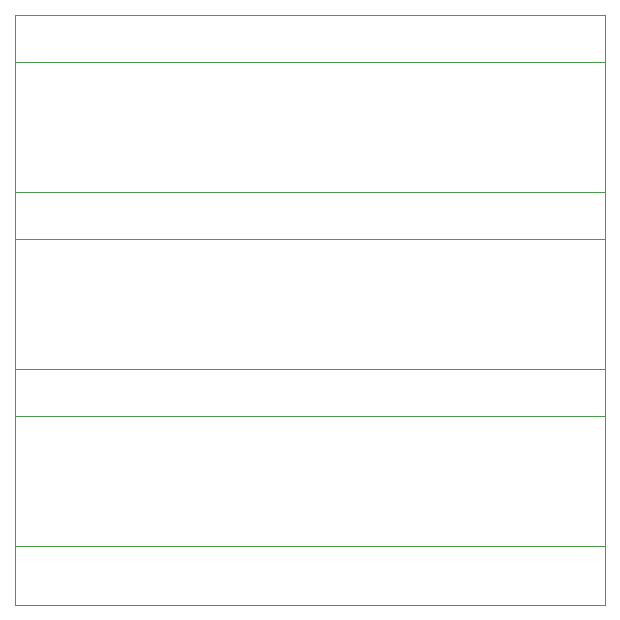
<source format=gbo>
G75*
%MOIN*%
%OFA0B0*%
%FSLAX24Y24*%
%IPPOS*%
%LPD*%
%AMOC8*
5,1,8,0,0,1.08239X$1,22.5*
%
%ADD10C,0.0000*%
D10*
X004212Y004348D02*
X004212Y006317D01*
X023897Y006317D01*
X023897Y010648D01*
X004212Y010648D01*
X004212Y006317D01*
X004212Y004348D02*
X023897Y004348D01*
X023897Y006317D01*
X023897Y010648D02*
X023897Y012222D01*
X004212Y012222D01*
X004212Y010648D01*
X004212Y012222D02*
X004212Y016553D01*
X023897Y016553D01*
X023897Y018128D01*
X004212Y018128D01*
X004212Y016553D01*
X004212Y018128D02*
X004212Y024033D01*
X023897Y024033D01*
X023897Y018128D01*
X023897Y016553D02*
X023897Y012222D01*
X023897Y022459D02*
X004212Y022459D01*
M02*

</source>
